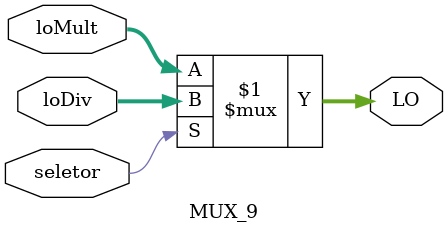
<source format=v>
module MUX_9(
	input seletor,
	input [31:0] loDiv, //1
	input [31:0] loMult, //0
	output  [31:0] LO  
);

	assign LO = (seletor) ? loDiv : loMult;

endmodule 
</source>
